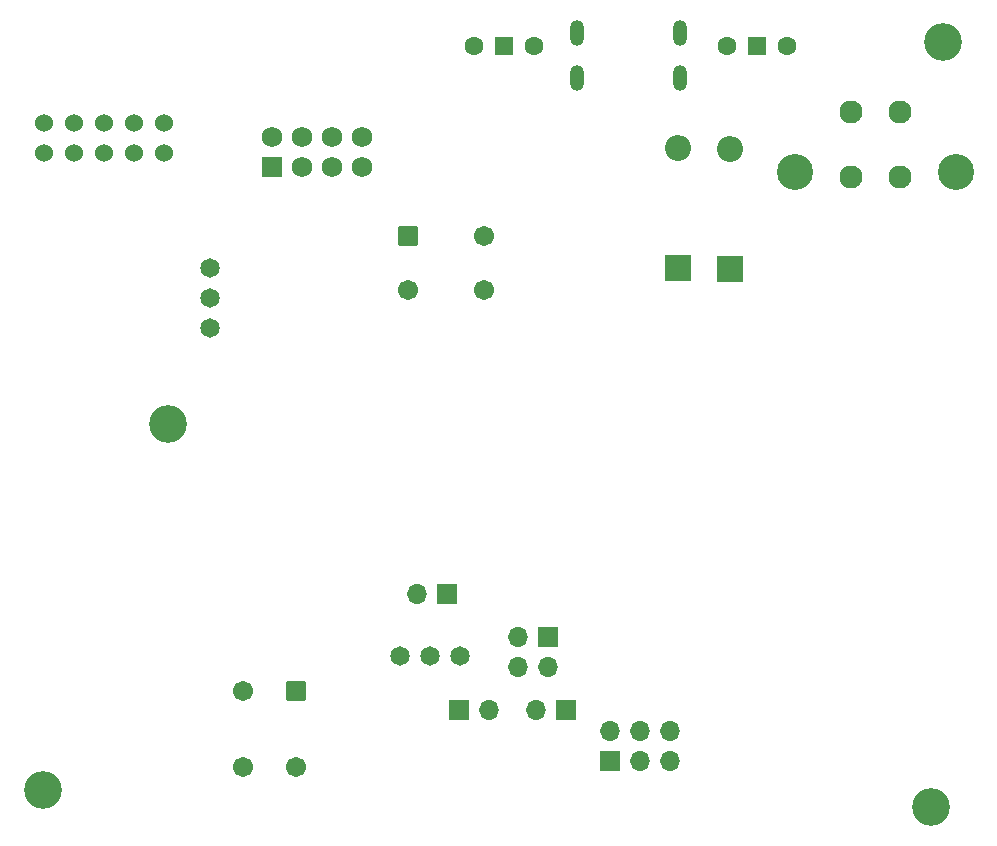
<source format=gbr>
%TF.GenerationSoftware,KiCad,Pcbnew,8.0.8*%
%TF.CreationDate,2025-03-31T15:53:02-05:00*%
%TF.ProjectId,Final Project V1,46696e61-6c20-4507-926f-6a6563742056,rev?*%
%TF.SameCoordinates,Original*%
%TF.FileFunction,Soldermask,Bot*%
%TF.FilePolarity,Negative*%
%FSLAX46Y46*%
G04 Gerber Fmt 4.6, Leading zero omitted, Abs format (unit mm)*
G04 Created by KiCad (PCBNEW 8.0.8) date 2025-03-31 15:53:02*
%MOMM*%
%LPD*%
G01*
G04 APERTURE LIST*
G04 Aperture macros list*
%AMRoundRect*
0 Rectangle with rounded corners*
0 $1 Rounding radius*
0 $2 $3 $4 $5 $6 $7 $8 $9 X,Y pos of 4 corners*
0 Add a 4 corners polygon primitive as box body*
4,1,4,$2,$3,$4,$5,$6,$7,$8,$9,$2,$3,0*
0 Add four circle primitives for the rounded corners*
1,1,$1+$1,$2,$3*
1,1,$1+$1,$4,$5*
1,1,$1+$1,$6,$7*
1,1,$1+$1,$8,$9*
0 Add four rect primitives between the rounded corners*
20,1,$1+$1,$2,$3,$4,$5,0*
20,1,$1+$1,$4,$5,$6,$7,0*
20,1,$1+$1,$6,$7,$8,$9,0*
20,1,$1+$1,$8,$9,$2,$3,0*%
G04 Aperture macros list end*
%ADD10C,1.651000*%
%ADD11C,1.524000*%
%ADD12RoundRect,0.102000X-0.749000X0.749000X-0.749000X-0.749000X0.749000X-0.749000X0.749000X0.749000X0*%
%ADD13C,1.702000*%
%ADD14R,2.200000X2.200000*%
%ADD15O,2.200000X2.200000*%
%ADD16C,3.200000*%
%ADD17R,1.500000X1.500000*%
%ADD18C,1.600000*%
%ADD19R,1.700000X1.700000*%
%ADD20O,1.700000X1.700000*%
%ADD21RoundRect,0.102000X-0.749000X-0.749000X0.749000X-0.749000X0.749000X0.749000X-0.749000X0.749000X0*%
%ADD22O,1.204000X2.204000*%
%ADD23RoundRect,0.102000X0.765000X-0.765000X0.765000X0.765000X-0.765000X0.765000X-0.765000X-0.765000X0*%
%ADD24C,1.734000*%
%ADD25C,3.048000*%
%ADD26C,1.955800*%
G04 APERTURE END LIST*
D10*
%TO.C,U5*%
X186140000Y-124200000D03*
X183600000Y-124200000D03*
X181060000Y-124200000D03*
%TD*%
%TO.C,U4*%
X165000000Y-91400000D03*
X165000000Y-93940000D03*
X165000000Y-96480000D03*
%TD*%
D11*
%TO.C,J9*%
X150920000Y-81619700D03*
X150920000Y-79079700D03*
X153460000Y-81619700D03*
X153460000Y-79079700D03*
X156000000Y-81619700D03*
X156000000Y-79079700D03*
X158540000Y-81619700D03*
X158540000Y-79079700D03*
X161080000Y-81619700D03*
X161080000Y-79079700D03*
%TD*%
D12*
%TO.C,SW6*%
X172250000Y-127150000D03*
D13*
X172250000Y-133650000D03*
X167750000Y-127150000D03*
X167750000Y-133650000D03*
%TD*%
D14*
%TO.C,D2*%
X209000000Y-91480000D03*
D15*
X209000000Y-81320000D03*
%TD*%
D16*
%TO.C,H3*%
X150800000Y-135600000D03*
%TD*%
D17*
%TO.C,SW5*%
X211260000Y-72600000D03*
D18*
X208720000Y-72600000D03*
X213800000Y-72600000D03*
%TD*%
D16*
%TO.C,H2*%
X226000000Y-137000000D03*
%TD*%
D19*
%TO.C,J3*%
X193600000Y-122600000D03*
D20*
X193600000Y-125140000D03*
X191060000Y-122600000D03*
X191060000Y-125140000D03*
%TD*%
D21*
%TO.C,SW3*%
X181700000Y-88700000D03*
D13*
X188200000Y-88700000D03*
X181700000Y-93200000D03*
X188200000Y-93200000D03*
%TD*%
D22*
%TO.C,USB-C1*%
X204720000Y-75300000D03*
X196080000Y-75300000D03*
X204720000Y-71500000D03*
X196080000Y-71500000D03*
%TD*%
D14*
%TO.C,D1*%
X204600000Y-91400000D03*
D15*
X204600000Y-81240000D03*
%TD*%
D19*
%TO.C,J2*%
X198860000Y-133140000D03*
D20*
X198860000Y-130600000D03*
X201400000Y-133140000D03*
X201400000Y-130600000D03*
X203940000Y-133140000D03*
X203940000Y-130600000D03*
%TD*%
D19*
%TO.C,J5*%
X186025000Y-128750000D03*
D20*
X188565000Y-128750000D03*
%TD*%
D16*
%TO.C,H1*%
X227000000Y-72200000D03*
%TD*%
D17*
%TO.C,SW4*%
X189860000Y-72600000D03*
D18*
X187320000Y-72600000D03*
X192400000Y-72600000D03*
%TD*%
D19*
%TO.C,J4*%
X195075000Y-128800000D03*
D20*
X192535000Y-128800000D03*
%TD*%
D23*
%TO.C,J8*%
X170190000Y-82827500D03*
D24*
X170190000Y-80287500D03*
X172730000Y-82827500D03*
X172730000Y-80287500D03*
X175270000Y-82827500D03*
X175270000Y-80287500D03*
X177810000Y-82827500D03*
X177810000Y-80287500D03*
%TD*%
D16*
%TO.C,H4*%
X161400000Y-104600000D03*
%TD*%
D25*
%TO.C,J1*%
X228099999Y-83240000D03*
X214500000Y-83240000D03*
D26*
X219200000Y-78200000D03*
X223399998Y-78200000D03*
X219200000Y-83699999D03*
X223399998Y-83699999D03*
%TD*%
D19*
%TO.C,J7*%
X185075000Y-119000000D03*
D20*
X182535000Y-119000000D03*
%TD*%
M02*

</source>
